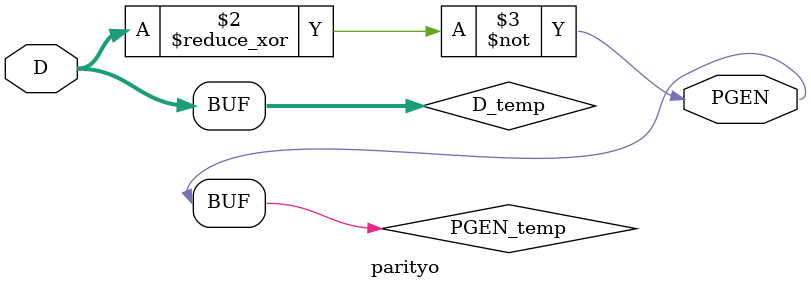
<source format=v>
module parityo(D,PGEN);
  parameter N = 8;
  parameter DPFLAG = 1;
  parameter GROUP = "dpath1";
  parameter
        d_D = 0,
        d_PGEN_r = 1,
        d_PGEN_f = 1;
  input [(N - 1):0] D;
  output  PGEN;
  wire [(N - 1):0] D_temp;
  reg  PGEN_temp;
  assign #(d_D) D_temp = D;
  assign #(d_PGEN_r,d_PGEN_f) PGEN = PGEN_temp;
  always
    @(D_temp)
      begin
      PGEN_temp = ( ~ ( ^ D_temp));
      end
endmodule

</source>
